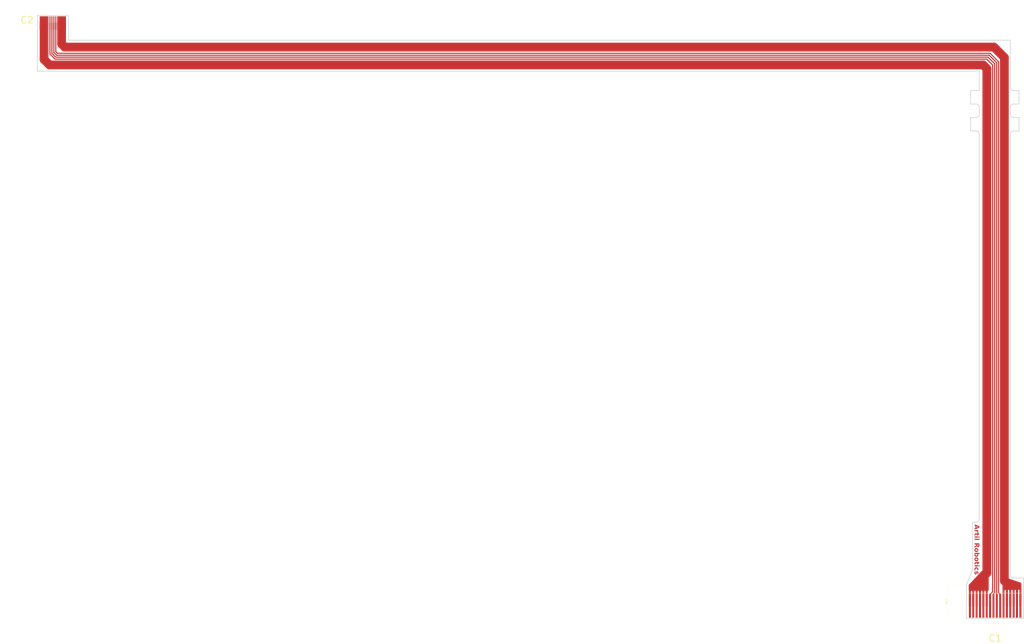
<source format=kicad_pcb>
(kicad_pcb (version 20221018) (generator pcbnew)
  (layers (0 "F.Cu" signal) (31 "B.Cu" signal) (34 "B.Paste" user) (35 "F.Paste" user) (36 "B.SilkS" user "B.Silkscreen") (37 "F.SilkS" user "F.Silkscreen") (38 "B.Mask" user) (39 "F.Mask" user) (44 "Edge.Cuts" user))
  (net 0 "")
  (net 1 "LINE 1")
  (net 2 "Line A")
  (net 3 "Line B")
  (net 4 "Line C")
  (net 5 "Line D")
  (net 6 "Line 2")
  (footprint "trill-flex:trill_flex_long" (layer "F.Cu") (at 267.475 152.7 180)
    (fp_text reference "C1" (at 0 -4.75) (layer "F.SilkS"))
    (fp_text value "trill-flex-conector" hide)
    (fp_line (start -4.25 -1.8) (end 4.25 -1.8) (stroke (width 0.05)) (layer "F.SilkS"))
    (fp_line (start -4.25 1.95) (end -4.25 -1.8) (stroke (width 0.05)) (layer "F.SilkS"))
    (fp_line (start -4.25 1.95) (end 4.25 1.95) (stroke (width 0.05)) (layer "F.SilkS"))
    (fp_line (start 4.25 1.95) (end 4.25 -1.8) (stroke (width 0.05)) (layer "F.SilkS"))
    (dimension (type aligned) (layer "F.SilkS") (pts (xy 263.225 154.5) (xy 263.225 149.5)) (height -2.85) (gr_text "5,0000 mm" (at 260.25 152 90) (layer "F.SilkS") (effects (font (size 0.1 0.1) (thickness 0.1)))) (format (prefix "") (suffix "") (units 3) (units_format 1) (precision 4)) (style (thickness 0.01) (arrow_length 0.05) (text_position_mode 0) (extension_height 0.58642) (extension_offset 0.01) keep_text_aligned))
    (pad "1" smd rect (at -3.75 0.05 180) (size 0.3 3.5) (layers "F.Cu") (net 1 "LINE 1"))
    (pad "2" smd rect (at -3.25 0.05 180) (size 0.3 3.5) (layers "F.Cu") (net 1 "LINE 1"))
    (pad "3" smd rect (at -2.75 0.05 180) (size 0.3 3.5) (layers "F.Cu") (net 1 "LINE 1"))
    (pad "4" smd rect (at -2.25 0.05 180) (size 0.3 3.5) (layers "F.Cu") (net 1 "LINE 1"))
    (pad "5" smd rect (at -1.75 0.05 180) (size 0.3 3.5) (layers "F.Cu") (net 1 "LINE 1"))
    (pad "6" smd rect (at -1.25 0.05 180) (size 0.3 3.5) (layers "F.Cu") (net 1 "LINE 1"))
    (pad "7" smd rect (at -0.75 0.05 180) (size 0.3 3.5) (layers "F.Cu") (net 2 "Line A"))
    (pad "8" smd rect (at -0.25 0.05 180) (size 0.3 3.5) (layers "F.Cu") (net 3 "Line B"))
    (pad "9" smd rect (at 0.25 0.05 180) (size 0.3 3.5) (layers "F.Cu") (net 4 "Line C"))
    (pad "10" smd rect (at 0.75 0.05 180) (size 0.3 3.5) (layers "F.Cu") (net 5 "Line D"))
    (pad "11" smd rect (at 1.25 0.05 180) (size 0.3 3.5) (layers "F.Cu") (net 6 "Line 2"))
    (pad "12" smd rect (at 1.75 0.05 180) (size 0.3 3.5) (layers "F.Cu") (net 6 "Line 2"))
    (pad "13" smd rect (at 2.25 0.05 180) (size 0.3 3.5) (layers "F.Cu") (net 6 "Line 2"))
    (pad "14" smd rect (at 2.75 0.05 180) (size 0.3 3.5) (layers "F.Cu") (net 6 "Line 2"))
    (pad "15" smd rect (at 3.25 0.05 180) (size 0.3 3.5) (layers "F.Cu") (net 6 "Line 2"))
    (pad "16" smd rect (at 3.75 0.05 180) (size 0.3 3.5) (layers "F.Cu") (net 6 "Line 2"))
  )
  (footprint "trill-flex2:trill_flex_long2" (layer "F.Cu") (at 127.425 65.95 180)
    (fp_text reference "C2" (at 3.85 0.45) (layer "F.SilkS"))
    (fp_text value "trill-flex-conector2")
    (pad "1" smd rect (at -1.3 0 180) (size 1.3 2) (layers "F.Cu") (net 1 "LINE 1"))
    (pad "2" smd rect (at -0.435 0 180) (size 0.15 2) (layers "F.Cu") (net 2 "Line A"))
    (pad "3" smd rect (at -0.145 0 180) (size 0.15 2) (layers "F.Cu") (net 3 "Line B"))
    (pad "4" smd rect (at 0.145 0 180) (size 0.15 2) (layers "F.Cu") (net 4 "Line C"))
    (pad "5" smd rect (at 0.435 0 180) (size 0.15 2) (layers "F.Cu") (net 5 "Line D"))
    (pad "6" smd rect (at 1.3 0 180) (size 1.3 2) (layers "F.Cu") (net 6 "Line 2"))
  )
  (gr_arc (start 264.625 78) (mid 264.978553 78.146447) (end 265.125 78.5) (stroke (width 0.1)) (layer "Edge.Cuts"))
  (gr_line (start 129.725 64.83) (end 129.725 68.5) (stroke (width 0.1)) (layer "Edge.Cuts"))
  (gr_line (start 269.725 75.475) (end 269.725 68.5) (stroke (width 0.1)) (layer "Edge.Cuts"))
  (gr_line (start 263.225 149.5) (end 264.125 147.275) (stroke (width 0.1)) (layer "Edge.Cuts"))
  (gr_arc (start 270.25 80) (mid 269.878769 79.846231) (end 269.725 79.475) (stroke (width 0.1)) (layer "Edge.Cuts"))
  (gr_line (start 269.725 68.5) (end 129.725 68.5) (stroke (width 0.1)) (layer "Edge.Cuts"))
  (gr_arc (start 270.25 76) (mid 269.878769 75.846231) (end 269.725 75.475) (stroke (width 0.1)) (layer "Edge.Cuts"))
  (gr_arc (start 269.725 78.5) (mid 269.871447 78.146447) (end 270.225 78) (stroke (width 0.1)) (layer "Edge.Cuts"))
  (gr_line (start 265.125 76) (end 265.125 73.1) (stroke (width 0.1)) (layer "Edge.Cuts"))
  (gr_arc (start 264.625 82) (mid 264.978553 82.146447) (end 265.125 82.5) (stroke (width 0.1)) (layer "Edge.Cuts"))
  (gr_line (start 271.025 76) (end 270.25 76) (stroke (width 0.1)) (layer "Edge.Cuts"))
  (gr_line (start 271.725 154.5) (end 271.725 148.5) (stroke (width 0.1)) (layer "Edge.Cuts"))
  (gr_line (start 269.725 79.475) (end 269.725 78.5) (stroke (width 0.1)) (layer "Edge.Cuts"))
  (gr_line (start 265.125 139.75) (end 265.125 82.5) (stroke (width 0.1)) (layer "Edge.Cuts"))
  (gr_line (start 263.825 82) (end 263.825 80) (stroke (width 0.1)) (layer "Edge.Cuts"))
  (gr_line (start 264.127481 140.200248) (end 264.627481 140.200248) (stroke (width 0.1)) (layer "Edge.Cuts"))
  (gr_line (start 271.725 148.5) (end 270.25 148.5) (stroke (width 0.1)) (layer "Edge.Cuts"))
  (gr_arc (start 269.725 82.5) (mid 269.871447 82.146447) (end 270.225 82) (stroke (width 0.1)) (layer "Edge.Cuts"))
  (gr_arc (start 270.25 148.5) (mid 269.878769 148.346231) (end 269.725 147.975) (stroke (width 0.1)) (layer "Edge.Cuts"))
  (gr_line (start 264.127481 140.200248) (end 264.125 147.275) (stroke (width 0.1)) (layer "Edge.Cuts"))
  (gr_line (start 271.025 82) (end 271.025 80) (stroke (width 0.1)) (layer "Edge.Cuts"))
  (gr_line (start 265.125 79.5) (end 265.125 78.5) (stroke (width 0.1)) (layer "Edge.Cuts"))
  (gr_line (start 263.825 78) (end 263.825 76) (stroke (width 0.1)) (layer "Edge.Cuts"))
  (gr_arc (start 265.125 79.5) (mid 264.978553 79.853553) (end 264.625 80) (stroke (width 0.1)) (layer "Edge.Cuts"))
  (gr_line (start 265.125 73.1) (end 125.125 73.1) (stroke (width 0.1)) (layer "Edge.Cuts"))
  (gr_line (start 263.225 149.5) (end 263.225 154.5) (stroke (width 0.1)) (layer "Edge.Cuts"))
  (gr_line (start 263.825 76) (end 265.125 76) (stroke (width 0.1)) (layer "Edge.Cuts"))
  (gr_line (start 269.725 147.975) (end 269.725 82.5) (stroke (width 0.1)) (layer "Edge.Cuts"))
  (gr_line (start 125.125 64.83) (end 129.725 64.83) (stroke (width 0.1)) (layer "Edge.Cuts"))
  (gr_line (start 270.225 78) (end 271.025 78) (stroke (width 0.1)) (layer "Edge.Cuts"))
  (gr_line (start 271.025 78) (end 271.025 76) (stroke (width 0.1)) (layer "Edge.Cuts"))
  (gr_line (start 264.625 82) (end 263.825 82) (stroke (width 0.1)) (layer "Edge.Cuts"))
  (gr_line (start 263.825 80) (end 264.625 80) (stroke (width 0.1)) (layer "Edge.Cuts"))
  (gr_line (start 271.025 80) (end 270.25 80) (stroke (width 0.1)) (layer "Edge.Cuts"))
  (gr_line (start 270.225 82) (end 271.025 82) (stroke (width 0.1)) (layer "Edge.Cuts"))
  (gr_line (start 125.125 64.83) (end 125.125 73.1) (stroke (width 0.1)) (layer "Edge.Cuts"))
  (gr_line (start 263.225 154.5) (end 271.725 154.5) (stroke (width 0.1)) (layer "Edge.Cuts"))
  (gr_line (start 264.625 78) (end 263.825 78) (stroke (width 0.1)) (layer "Edge.Cuts"))
  (gr_arc (start 265.125 139.75) (mid 264.962984 140.070975) (end 264.627481 140.200248) (stroke (width 0.1)) (layer "Edge.Cuts"))
  (gr_text "Artil Robotics" (at 264.3 140.525 270) (layer "F.Cu") (effects (font (size 0.7 0.7) (thickness 0.125) bold) (justify left bottom)))
  (segment (start 270.225 149.8) (end 270.125 149.7) (width 0.3) (layer "F.Cu") (net 1))
  (segment (start 128.725 69.05) (end 128.725 65.95) (width 1.3) (layer "F.Cu") (net 1))
  (segment (start 270.125 149.7) (end 270.775 149.7) (width 1.1) (layer "F.Cu") (net 1))
  (segment (start 129.2 69.525) (end 128.725 69.05) (width 1.3) (layer "F.Cu") (net 1))
  (segment (start 269.375 149.45) (end 268.85 148.925) (width 1.3) (layer "F.Cu") (net 1))
  (segment (start 269.375 149.45) (end 269.625 149.7) (width 1) (layer "F.Cu") (net 1))
  (segment (start 269.225 152.65) (end 269.225 150.1) (width 0.3) (layer "F.Cu") (net 1))
  (segment (start 268.725 152.65) (end 268.725 150.1) (width 0.3) (layer "F.Cu") (net 1))
  (segment (start 271.225 152.65) (end 271.225 150.15) (width 0.3) (layer "F.Cu") (net 1))
  (segment (start 268.85 71.075) (end 267.3 69.525) (width 1.3) (layer "F.Cu") (net 1))
  (segment (start 270.725 149.75) (end 270.775 149.7) (width 0.3) (layer "F.Cu") (net 1))
  (segment (start 268.85 148.925) (end 268.85 71.075) (width 1.3) (layer "F.Cu") (net 1))
  (segment (start 267.3 69.525) (end 129.2 69.525) (width 1.3) (layer "F.Cu") (net 1))
  (segment (start 270.725 152.65) (end 270.725 149.75) (width 0.3) (layer "F.Cu") (net 1))
  (segment (start 269.225 150.1) (end 269.625 149.7) (width 0.3) (layer "F.Cu") (net 1))
  (segment (start 269.625 149.7) (end 270.125 149.7) (width 1) (layer "F.Cu") (net 1))
  (segment (start 269.725 150.1) (end 270.125 149.7) (width 0.3) (layer "F.Cu") (net 1))
  (segment (start 271.225 150.15) (end 270.775 149.7) (width 0.3) (layer "F.Cu") (net 1))
  (segment (start 270.225 152.65) (end 270.225 149.8) (width 0.3) (layer "F.Cu") (net 1))
  (segment (start 268.725 150.1) (end 269.375 149.45) (width 0.3) (layer "F.Cu") (net 1))
  (segment (start 269.725 152.65) (end 269.725 150.1) (width 0.3) (layer "F.Cu") (net 1))
  (segment (start 127.86 65.95) (end 127.86 70.202) (width 0.16) (layer "F.Cu") (net 2))
  (segment (start 127.86 70.202) (end 128.108 70.45) (width 0.16) (layer "F.Cu") (net 2))
  (segment (start 268.225 150.925) (end 268.225 152.65) (width 0.16) (layer "F.Cu") (net 2))
  (segment (start 267.99 71.715) (end 267.99 150.69) (width 0.16) (layer "F.Cu") (net 2))
  (segment (start 266.725 70.45) (end 267.99 71.715) (width 0.16) (layer "F.Cu") (net 2))
  (segment (start 128.108 70.45) (end 266.725 70.45) (width 0.16) (layer "F.Cu") (net 2))
  (segment (start 267.99 150.69) (end 268.225 150.925) (width 0.16) (layer "F.Cu") (net 2))
  (segment (start 127.57 65.95) (end 127.57 70.322122) (width 0.16) (layer "F.Cu") (net 3))
  (segment (start 267.7 152.625) (end 267.725 152.65) (width 0.16) (layer "F.Cu") (net 3))
  (segment (start 127.987878 70.74) (end 266.59 70.74) (width 0.16) (layer "F.Cu") (net 3))
  (segment (start 127.57 70.322122) (end 127.987878 70.74) (width 0.16) (layer "F.Cu") (net 3))
  (segment (start 266.59 70.74) (end 267.7 71.85) (width 0.16) (layer "F.Cu") (net 3))
  (segment (start 267.7 71.85) (end 267.7 152.625) (width 0.16) (layer "F.Cu") (net 3))
  (segment (start 267.4 72) (end 267.4 150.69) (width 0.16) (layer "F.Cu") (net 4))
  (segment (start 127.28 65.95) (end 127.28 70.442244) (width 0.16) (layer "F.Cu") (net 4))
  (segment (start 267.225 150.865) (end 267.225 152.65) (width 0.16) (layer "F.Cu") (net 4))
  (segment (start 127.28 70.442244) (end 127.867756 71.03) (width 0.16) (layer "F.Cu") (net 4))
  (segment (start 266.43 71.03) (end 267.4 72) (width 0.16) (layer "F.Cu") (net 4))
  (segment (start 267.4 150.69) (end 267.225 150.865) (width 0.16) (layer "F.Cu") (net 4))
  (segment (start 127.867756 71.03) (end 266.43 71.03) (width 0.16) (layer "F.Cu") (net 4))
  (segment (start 126.99 70.562366) (end 127.747634 71.32) (width 0.16) (layer "F.Cu") (net 5))
  (segment (start 266.22 71.32) (end 267.1 72.2) (width 0.16) (layer "F.Cu") (net 5))
  (segment (start 266.725 150.925) (end 266.725 152.65) (width 0.16) (layer "F.Cu") (net 5))
  (segment (start 127.747634 71.32) (end 266.22 71.32) (width 0.16) (layer "F.Cu") (net 5))
  (segment (start 267.1 72.2) (end 267.1 150.55) (width 0.16) (layer "F.Cu") (net 5))
  (segment (start 267.1 150.55) (end 266.725 150.925) (width 0.16) (layer "F.Cu") (net 5))
  (segment (start 126.99 70.562366) (end 126.99 65.95) (width 0.16) (layer "F.Cu") (net 5))
  (segment (start 265.1875 148.8125) (end 265.725 149.35) (width 0.3) (layer "F.Cu") (net 6))
  (segment (start 265.725 149.35) (end 265.725 152.65) (width 0.3) (layer "F.Cu") (net 6))
  (segment (start 264.775 149.225) (end 264.125 149.875) (width 1) (layer "F.Cu") (net 6))
  (segment (start 264.225 149.975) (end 264.125 149.875) (width 0.3) (layer "F.Cu") (net 6))
  (segment (start 265.1875 148.8125) (end 265.225 148.85) (width 0.3) (layer "F.Cu") (net 6))
  (segment (start 265.1875 148.8125) (end 264.725 149.275) (width 0.3) (layer "F.Cu") (net 6))
  (segment (start 263.725 152.65) (end 263.725 150.275) (width 0.3) (layer "F.Cu") (net 6))
  (segment (start 265.225 148.85) (end 265.225 152.65) (width 0.3) (layer "F.Cu") (net 6))
  (segment (start 264.775 149.225) (end 266.24 147.76) (width 1.3) (layer "F.Cu") (net 6))
  (segment (start 266.24 72.715) (end 265.705 72.18) (width 1.3) (layer "F.Cu") (net 6))
  (segment (start 263.725 150.275) (end 264.125 149.875) (width 0.3) (layer "F.Cu") (net 6))
  (segment (start 266.225 148.55) (end 265.8375 148.1625) (width 0.3) (layer "F.Cu") (net 6))
  (segment (start 264.225 152.65) (end 264.225 149.975) (width 0.3) (layer "F.Cu") (net 6))
  (segment (start 126.125 71.374) (end 126.125 65.95) (width 1.3) (layer "F.Cu") (net 6))
  (segment (start 264.125 149.875) (end 265.1875 148.8125) (width 1) (layer "F.Cu") (net 6))
  (segment (start 126.931 72.18) (end 126.125 71.374) (width 1.3) (layer "F.Cu") (net 6))
  (segment (start 265.705 72.18) (end 126.931 72.18) (width 1.3) (layer "F.Cu") (net 6))
  (segment (start 264.725 149.275) (end 264.725 152.65) (width 0.3) (layer "F.Cu") (net 6))
  (segment (start 266.225 152.65) (end 266.225 148.55) (width 0.3) (layer "F.Cu") (net 6))
  (segment (start 266.24 147.76) (end 266.24 72.715) (width 1.3) (layer "F.Cu") (net 6))
  (zone (net 6) (net_name "Line 2") (layer "F.Cu") (connect_pads (clearance 0.5)) (min_thickness 0.25) (fill yes (thermal_gap 0.5) (thermal_bridge_width 0.5))
    (polygon (pts (xy 266.9 147.825) (xy 266.575 150.4) (xy 263.55 150.4) (xy 263.55 149.525) (xy 265.6 147.325) (xy 266.9 147.325)))
  )
  (zone (net 1) (net_name "LINE 1") (layer "F.Cu") (connect_pads (clearance 0.5)) (min_thickness 0.25) (fill yes (thermal_gap 0.5) (thermal_bridge_width 0.5))
    (polygon (pts (xy 268.5 150.275) (xy 271.375 150.25) (xy 271.375 149.225) (xy 269.425 148.55) (xy 268.525 148.8)))
  )
)
</source>
